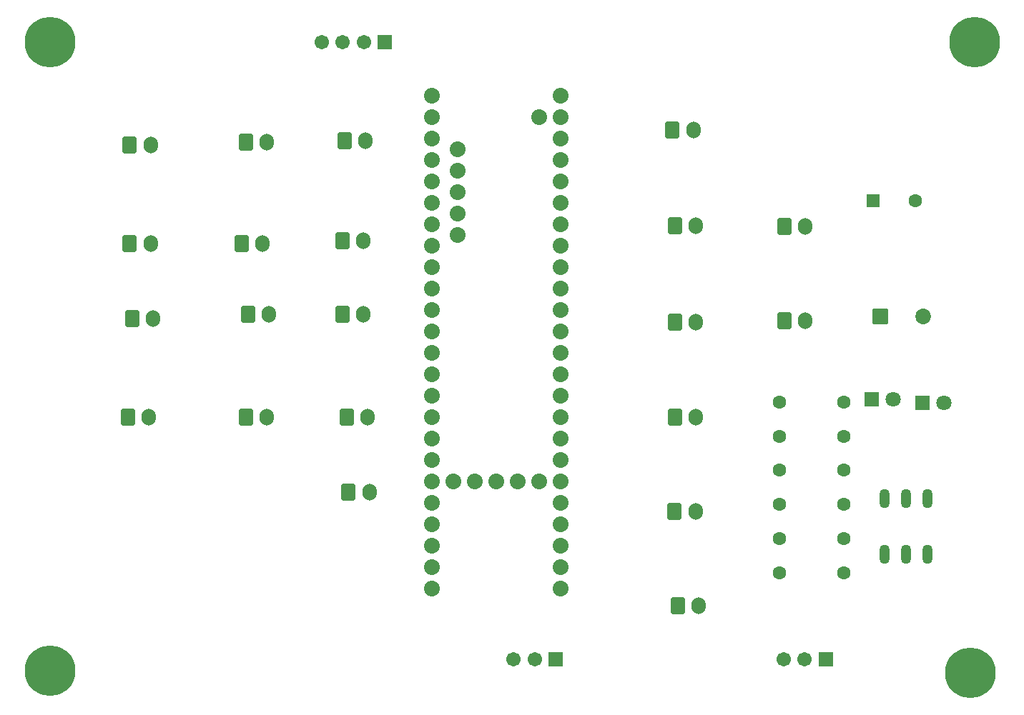
<source format=gbr>
%TF.GenerationSoftware,KiCad,Pcbnew,9.0.4*%
%TF.CreationDate,2026-01-13T22:45:17+05:30*%
%TF.ProjectId,Teensy4.1,5465656e-7379-4342-9e31-2e6b69636164,rev?*%
%TF.SameCoordinates,Original*%
%TF.FileFunction,Soldermask,Top*%
%TF.FilePolarity,Negative*%
%FSLAX46Y46*%
G04 Gerber Fmt 4.6, Leading zero omitted, Abs format (unit mm)*
G04 Created by KiCad (PCBNEW 9.0.4) date 2026-01-13 22:45:17*
%MOMM*%
%LPD*%
G01*
G04 APERTURE LIST*
G04 Aperture macros list*
%AMRoundRect*
0 Rectangle with rounded corners*
0 $1 Rounding radius*
0 $2 $3 $4 $5 $6 $7 $8 $9 X,Y pos of 4 corners*
0 Add a 4 corners polygon primitive as box body*
4,1,4,$2,$3,$4,$5,$6,$7,$8,$9,$2,$3,0*
0 Add four circle primitives for the rounded corners*
1,1,$1+$1,$2,$3*
1,1,$1+$1,$4,$5*
1,1,$1+$1,$6,$7*
1,1,$1+$1,$8,$9*
0 Add four rect primitives between the rounded corners*
20,1,$1+$1,$2,$3,$4,$5,0*
20,1,$1+$1,$4,$5,$6,$7,0*
20,1,$1+$1,$6,$7,$8,$9,0*
20,1,$1+$1,$8,$9,$2,$3,0*%
G04 Aperture macros list end*
%ADD10RoundRect,0.250000X-0.600000X-0.750000X0.600000X-0.750000X0.600000X0.750000X-0.600000X0.750000X0*%
%ADD11O,1.700000X2.000000*%
%ADD12C,1.600000*%
%ADD13C,1.869000*%
%ADD14R,1.800000X1.800000*%
%ADD15C,1.800000*%
%ADD16O,1.244000X2.284000*%
%ADD17C,3.400000*%
%ADD18C,6.000000*%
%ADD19RoundRect,0.102000X-0.825000X-0.825000X0.825000X-0.825000X0.825000X0.825000X-0.825000X0.825000X0*%
%ADD20C,1.854000*%
%ADD21RoundRect,0.102000X-0.754000X-0.754000X0.754000X-0.754000X0.754000X0.754000X-0.754000X0.754000X0*%
%ADD22C,1.712000*%
%ADD23RoundRect,0.250000X-0.550000X-0.550000X0.550000X-0.550000X0.550000X0.550000X-0.550000X0.550000X0*%
G04 APERTURE END LIST*
D10*
%TO.C,J18*%
X138724000Y-104394000D03*
D11*
X141224000Y-104394000D03*
%TD*%
D12*
%TO.C,R6*%
X201930000Y-122880000D03*
X209550000Y-122880000D03*
%TD*%
D10*
%TO.C,J9*%
X189524000Y-104394000D03*
D11*
X192024000Y-104394000D03*
%TD*%
D10*
%TO.C,J21*%
X202478000Y-92964000D03*
D11*
X204978000Y-92964000D03*
%TD*%
D10*
%TO.C,J2*%
X138704000Y-71865000D03*
D11*
X141204000Y-71865000D03*
%TD*%
D10*
%TO.C,J3*%
X150408000Y-71628000D03*
D11*
X152908000Y-71628000D03*
%TD*%
D10*
%TO.C,J20*%
X202478000Y-81788000D03*
D11*
X204978000Y-81788000D03*
%TD*%
D12*
%TO.C,R2*%
X201930000Y-106680000D03*
X209550000Y-106680000D03*
%TD*%
D10*
%TO.C,J6*%
X189230000Y-70358000D03*
D11*
X191730000Y-70358000D03*
%TD*%
D10*
%TO.C,J11*%
X189504000Y-93201000D03*
D11*
X192004000Y-93201000D03*
%TD*%
D12*
%TO.C,R4*%
X201930000Y-114780000D03*
X209550000Y-114780000D03*
%TD*%
D13*
%TO.C,IC1*%
X160782000Y-71374000D03*
X160782000Y-73914000D03*
X160782000Y-76454000D03*
X160782000Y-78994000D03*
X160782000Y-81534000D03*
X160782000Y-84074000D03*
X160782000Y-86614000D03*
X160782000Y-89154000D03*
X160782000Y-91694000D03*
X160782000Y-94234000D03*
X160782000Y-96774000D03*
X160782000Y-99314000D03*
X176022000Y-99314000D03*
X176022000Y-96774000D03*
X176022000Y-94234000D03*
X176022000Y-91694000D03*
X176022000Y-89154000D03*
X176022000Y-86614000D03*
X176022000Y-84074000D03*
X176022000Y-81534000D03*
X176022000Y-78994000D03*
X176022000Y-76454000D03*
X176022000Y-73914000D03*
X160782000Y-104394000D03*
X160782000Y-106934000D03*
X160782000Y-109474000D03*
X160782000Y-112014000D03*
X160782000Y-114554000D03*
X160782000Y-117094000D03*
X160782000Y-119634000D03*
X160782000Y-122174000D03*
X160782000Y-124714000D03*
X176022000Y-124714000D03*
X176022000Y-122174000D03*
X176022000Y-119634000D03*
X176022000Y-117094000D03*
X176022000Y-114554000D03*
X176022000Y-112014000D03*
X176022000Y-109474000D03*
X176022000Y-106934000D03*
X176022000Y-104394000D03*
X160782000Y-101854000D03*
X163322000Y-112014000D03*
X165862000Y-112014000D03*
X168402000Y-112014000D03*
X170942000Y-112014000D03*
X173482000Y-112014000D03*
X163832000Y-82804000D03*
X163832000Y-80264000D03*
X163832000Y-77724000D03*
X163832000Y-75184000D03*
X163832000Y-72644000D03*
X176022000Y-71374000D03*
X176022000Y-66294000D03*
X160782000Y-68834000D03*
X173482000Y-68834000D03*
X176022000Y-101854000D03*
X176022000Y-68834000D03*
X160782000Y-66294000D03*
%TD*%
D10*
%TO.C,J14*%
X138978000Y-92202000D03*
D11*
X141478000Y-92202000D03*
%TD*%
D10*
%TO.C,J7*%
X138216000Y-83820000D03*
D11*
X140716000Y-83820000D03*
%TD*%
D14*
%TO.C,D2*%
X218870000Y-102718000D03*
D15*
X221410000Y-102718000D03*
%TD*%
D10*
%TO.C,J16*%
X124754000Y-104394000D03*
D11*
X127254000Y-104394000D03*
%TD*%
D16*
%TO.C,Q2*%
X214376000Y-120650000D03*
X216916000Y-120650000D03*
X219456000Y-120650000D03*
%TD*%
D17*
%TO.C,H6*%
X225000000Y-60000000D03*
D18*
X225000000Y-60000000D03*
%TD*%
D19*
%TO.C,P1*%
X213868000Y-92456000D03*
D20*
X218948000Y-92456000D03*
%TD*%
D21*
%TO.C,J22*%
X155194000Y-60025000D03*
D22*
X152694000Y-60025000D03*
X150194000Y-60025000D03*
X147694000Y-60025000D03*
%TD*%
D10*
%TO.C,J12*%
X189865000Y-126746000D03*
D11*
X192365000Y-126746000D03*
%TD*%
D17*
%TO.C,H7*%
X115500000Y-134500000D03*
D18*
X115500000Y-134500000D03*
%TD*%
D23*
%TO.C,C1*%
X212989349Y-78740000D03*
D12*
X217989349Y-78740000D03*
%TD*%
%TO.C,R5*%
X201930000Y-118830000D03*
X209550000Y-118830000D03*
%TD*%
D10*
%TO.C,J10*%
X189484000Y-115570000D03*
D11*
X191984000Y-115570000D03*
%TD*%
D10*
%TO.C,J17*%
X150662000Y-104394000D03*
D11*
X153162000Y-104394000D03*
%TD*%
D17*
%TO.C,H5*%
X115500000Y-60000000D03*
D18*
X115500000Y-60000000D03*
%TD*%
D21*
%TO.C,J25*%
X207369500Y-133113000D03*
D22*
X204869500Y-133113000D03*
X202369500Y-133113000D03*
%TD*%
D12*
%TO.C,R1*%
X201930000Y-102630000D03*
X209550000Y-102630000D03*
%TD*%
D10*
%TO.C,J5*%
X150154000Y-92202000D03*
D11*
X152654000Y-92202000D03*
%TD*%
D21*
%TO.C,J24*%
X175434000Y-133096000D03*
D22*
X172934000Y-133096000D03*
X170434000Y-133096000D03*
%TD*%
D16*
%TO.C,Q1*%
X214311000Y-114116742D03*
X216851000Y-114116742D03*
X219391000Y-114116742D03*
%TD*%
D10*
%TO.C,J19*%
X150876000Y-113284000D03*
D11*
X153376000Y-113284000D03*
%TD*%
D12*
%TO.C,R3*%
X201930000Y-110730000D03*
X209550000Y-110730000D03*
%TD*%
D10*
%TO.C,J4*%
X124968000Y-72136000D03*
D11*
X127468000Y-72136000D03*
%TD*%
D10*
%TO.C,J15*%
X125262000Y-92710000D03*
D11*
X127762000Y-92710000D03*
%TD*%
D10*
%TO.C,J8*%
X189504000Y-81771000D03*
D11*
X192004000Y-81771000D03*
%TD*%
D10*
%TO.C,J1*%
X124968000Y-83820000D03*
D11*
X127468000Y-83820000D03*
%TD*%
D10*
%TO.C,J13*%
X150134000Y-83549000D03*
D11*
X152634000Y-83549000D03*
%TD*%
D17*
%TO.C,H8*%
X224500000Y-134721600D03*
D18*
X224500000Y-134721600D03*
%TD*%
D14*
%TO.C,D1*%
X212852000Y-102354000D03*
D15*
X215392000Y-102354000D03*
%TD*%
M02*

</source>
